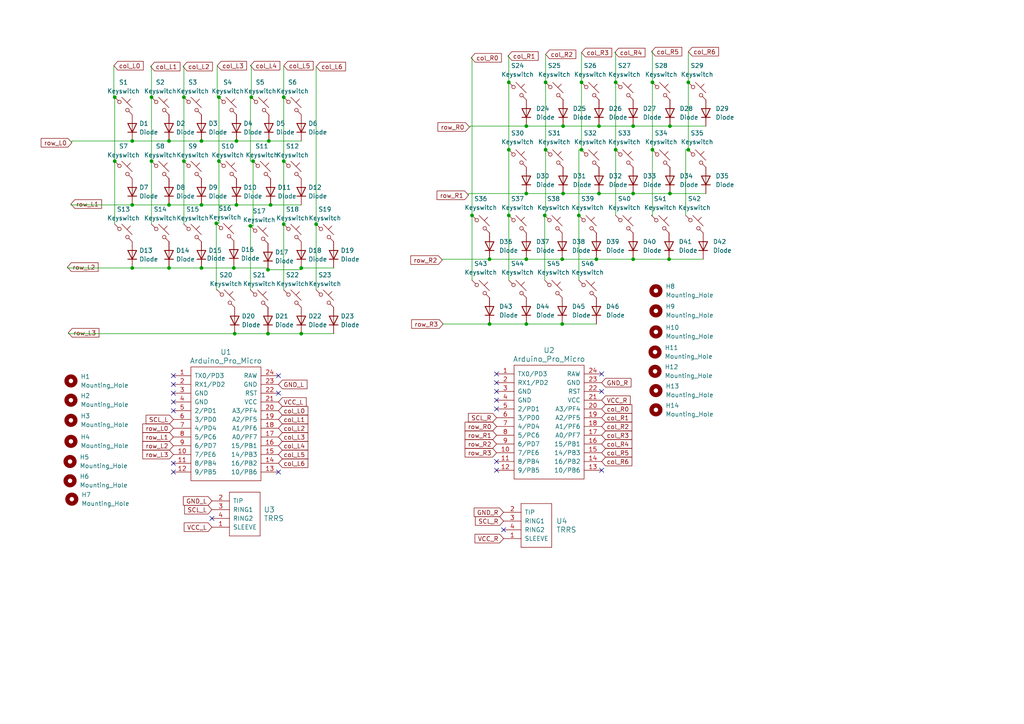
<source format=kicad_sch>
(kicad_sch (version 20230121) (generator eeschema)
  (paper "A4")
  (lib_symbols
    (symbol "ScottoKeebs:MCU_Arduino_Pro_Micro" (pin_names (offset 1.016))
      (property "Reference" "U" (at 0 0 0))
      (property "Value" "Arduino_Pro_Micro" (at 0 -19.05 0))
      (symbol "MCU_Arduino_Pro_Micro_0_1"
        (rectangle (start -10.16 16.51) (end 10.16 -16.51))
      )
      (symbol "MCU_Arduino_Pro_Micro_1_1"
        (pin input line (at -15.24 13.97 0) (length 5.08) (name "TX0/PD3") (number "1"))
        (pin input line (at -15.24 -8.89 0) (length 5.08) (name "7/PE6") (number "10"))
        (pin input line (at -15.24 -11.43 0) (length 5.08) (name "8/PB4") (number "11"))
        (pin input line (at -15.24 -13.97 0) (length 5.08) (name "9/PB5") (number "12"))
        (pin input line (at 15.24 -13.97 180) (length 5.08) (name "10/PB6") (number "13"))
        (pin input line (at 15.24 -11.43 180) (length 5.08) (name "16/PB2") (number "14"))
        (pin input line (at 15.24 -8.89 180) (length 5.08) (name "14/PB3") (number "15"))
        (pin input line (at 15.24 -6.35 180) (length 5.08) (name "15/PB1") (number "16"))
        (pin input line (at 15.24 -3.81 180) (length 5.08) (name "A0/PF7") (number "17"))
        (pin input line (at 15.24 -1.27 180) (length 5.08) (name "A1/PF6") (number "18"))
        (pin input line (at 15.24 1.27 180) (length 5.08) (name "A2/PF5") (number "19"))
        (pin input line (at -15.24 11.43 0) (length 5.08) (name "RX1/PD2") (number "2"))
        (pin input line (at 15.24 3.81 180) (length 5.08) (name "A3/PF4") (number "20"))
        (pin input line (at 15.24 6.35 180) (length 5.08) (name "VCC") (number "21"))
        (pin input line (at 15.24 8.89 180) (length 5.08) (name "RST") (number "22"))
        (pin input line (at 15.24 11.43 180) (length 5.08) (name "GND") (number "23"))
        (pin input line (at 15.24 13.97 180) (length 5.08) (name "RAW") (number "24"))
        (pin input line (at -15.24 8.89 0) (length 5.08) (name "GND") (number "3"))
        (pin input line (at -15.24 6.35 0) (length 5.08) (name "GND") (number "4"))
        (pin input line (at -15.24 3.81 0) (length 5.08) (name "2/PD1") (number "5"))
        (pin input line (at -15.24 1.27 0) (length 5.08) (name "3/PD0") (number "6"))
        (pin input line (at -15.24 -1.27 0) (length 5.08) (name "4/PD4") (number "7"))
        (pin input line (at -15.24 -3.81 0) (length 5.08) (name "5/PC6") (number "8"))
        (pin input line (at -15.24 -6.35 0) (length 5.08) (name "6/PD7") (number "9"))
      )
    )
    (symbol "ScottoKeebs:Placeholder_Diode" (pin_numbers hide) (pin_names hide)
      (property "Reference" "D" (at 0 2.54 0))
      (property "Value" "Diode" (at 0 -2.54 0))
      (symbol "Placeholder_Diode_0_1"
        (polyline (pts (xy -1.27 1.27) (xy -1.27 -1.27)) (stroke (width 0.254)))
        (polyline (pts (xy 1.27 0) (xy -1.27 0)))
        (polyline (pts (xy 1.27 1.27) (xy 1.27 -1.27) (xy -1.27 0) (xy 1.27 1.27)) (stroke (width 0.254)))
      )
      (symbol "Placeholder_Diode_1_1"
        (pin passive line (at -3.81 0 0) (length 2.54) (name "K") (number "1"))
        (pin passive line (at 3.81 0 180) (length 2.54) (name "A") (number "2"))
      )
    )
    (symbol "ScottoKeebs:Placeholder_Keyswitch" (pin_numbers hide) (pin_names (offset 1.016) hide)
      (property "Reference" "S" (at 3.048 1.016 0))
      (property "Value" "Keyswitch" (at 0 -3.81 0))
      (symbol "Placeholder_Keyswitch_0_1"
        (circle (center -1.1684 1.1684) (radius 0.508))
        (polyline (pts (xy -0.508 2.54) (xy 2.54 -0.508)))
        (polyline (pts (xy 1.016 1.016) (xy 2.032 2.032)))
        (polyline (pts (xy -2.54 2.54) (xy -1.524 1.524) (xy -1.524 1.524)))
        (polyline (pts (xy 1.524 -1.524) (xy 2.54 -2.54) (xy 2.54 -2.54) (xy 2.54 -2.54)))
        (circle (center 1.143 -1.1938) (radius 0.508))
        (pin passive line (at -2.54 2.54 0) (length 0) (name "1") (number "1"))
        (pin passive line (at 2.54 -2.54 180) (length 0) (name "2") (number "2"))
      )
    )
    (symbol "ScottoKeebs:Placeholder_Mounting_Hole" (pin_names (offset 1.016))
      (property "Reference" "H" (at 0 5.08 0))
      (property "Value" "Mounting_Hole" (at 0 3.175 0))
      (symbol "Placeholder_Mounting_Hole_0_1"
        (circle (center 0 0) (radius 1.27) (stroke (width 1.27)))
      )
    )
    (symbol "ScottoKeebs:Placeholder_TRRS" (pin_names (offset 1.016))
      (property "Reference" "U" (at 0 15.24 0))
      (property "Value" "TRRS" (at 0 -2.54 0))
      (symbol "Placeholder_TRRS_0_1"
        (rectangle (start -3.81 0) (end -3.81 12.7))
        (rectangle (start -3.81 0) (end 5.08 0))
        (rectangle (start -3.81 12.7) (end 5.08 12.7))
        (rectangle (start 5.08 12.7) (end 5.08 0))
      )
      (symbol "Placeholder_TRRS_1_1"
        (pin input line (at -8.89 2.54 0) (length 5.08) (name "SLEEVE") (number "1"))
        (pin input line (at -8.89 10.16 0) (length 5.08) (name "TIP") (number "2"))
        (pin input line (at -8.89 7.62 0) (length 5.08) (name "RING1") (number "3"))
        (pin input line (at -8.89 5.08 0) (length 5.08) (name "RING2") (number "4"))
      )
    )
  )
  (junction (at 62.738 64.77))
  (junction (at 147.574 62.484))
  (junction (at 158.242 43.434))
  (junction (at 163.322 56.134))
  (junction (at 152.654 36.576))
  (junction (at 77.724 78.232))
  (junction (at 63.5 28.194))
  (junction (at 58.42 40.894))
  (junction (at 163.068 75.184))
  (junction (at 87.376 77.724))
  (junction (at 38.354 77.724))
  (junction (at 49.022 40.894))
  (junction (at 38.354 59.436))
  (junction (at 158.242 23.876))
  (junction (at 173.736 36.576))
  (junction (at 163.322 36.576))
  (junction (at 172.974 75.184))
  (junction (at 43.942 28.194))
  (junction (at 49.022 59.436))
  (junction (at 33.274 28.194))
  (junction (at 68.58 40.894))
  (junction (at 38.354 40.894))
  (junction (at 147.574 23.876))
  (junction (at 194.056 75.184))
  (junction (at 167.894 62.484))
  (junction (at 87.376 96.774))
  (junction (at 53.34 28.194))
  (junction (at 72.644 65.532))
  (junction (at 77.724 96.774))
  (junction (at 141.986 93.98))
  (junction (at 72.898 28.194))
  (junction (at 173.736 56.134))
  (junction (at 73.406 46.736))
  (junction (at 58.42 77.724))
  (junction (at 168.656 23.876))
  (junction (at 194.31 56.134))
  (junction (at 183.642 36.576))
  (junction (at 147.574 43.434))
  (junction (at 163.068 93.98))
  (junction (at 68.58 59.436))
  (junction (at 152.654 75.184))
  (junction (at 82.296 65.024))
  (junction (at 82.296 28.194))
  (junction (at 183.642 75.184))
  (junction (at 58.42 59.436))
  (junction (at 63.5 46.736))
  (junction (at 136.906 62.484))
  (junction (at 78.486 59.436))
  (junction (at 189.23 43.434))
  (junction (at 178.562 43.434))
  (junction (at 168.656 43.434))
  (junction (at 157.988 62.484))
  (junction (at 194.31 36.576))
  (junction (at 77.978 40.894))
  (junction (at 178.562 23.876))
  (junction (at 183.642 56.134))
  (junction (at 49.022 77.724))
  (junction (at 141.986 75.184))
  (junction (at 199.644 43.434))
  (junction (at 91.694 65.024))
  (junction (at 33.274 46.736))
  (junction (at 152.654 93.98))
  (junction (at 43.942 46.736))
  (junction (at 189.23 23.876))
  (junction (at 53.34 46.736))
  (junction (at 67.818 77.724))
  (junction (at 82.296 46.736))
  (junction (at 199.644 23.876))
  (junction (at 152.654 56.134))
  (junction (at 68.072 96.774))
  (no_connect (at 80.772 108.966))
  (no_connect (at 144.018 133.858))
  (no_connect (at 50.292 119.126))
  (no_connect (at 50.292 136.906))
  (no_connect (at 144.018 136.398))
  (no_connect (at 50.292 116.586))
  (no_connect (at 50.292 111.506))
  (no_connect (at 50.292 134.366))
  (no_connect (at 174.498 113.538))
  (no_connect (at 80.772 114.046))
  (no_connect (at 174.498 108.458))
  (no_connect (at 144.018 113.538))
  (no_connect (at 144.018 110.998))
  (no_connect (at 61.468 150.368))
  (no_connect (at 80.772 136.906))
  (no_connect (at 146.05 153.67))
  (no_connect (at 174.498 136.398))
  (no_connect (at 144.018 108.458))
  (no_connect (at 144.018 116.078))
  (no_connect (at 144.018 118.618))
  (no_connect (at 50.292 108.966))
  (no_connect (at 50.292 114.046))
  (wire (pts (xy 43.688 19.304) (xy 43.942 19.304)))
  (wire (pts (xy 136.652 16.764) (xy 136.906 16.764)))
  (wire (pts (xy 183.642 56.134) (xy 173.736 56.134)))
  (wire (pts (xy 78.486 59.436) (xy 87.376 59.436)))
  (wire (pts (xy 147.574 62.484) (xy 147.574 81.28)))
  (wire (pts (xy 158.242 43.434) (xy 158.242 62.484)))
  (wire (pts (xy 87.376 96.774) (xy 77.724 96.774)))
  (wire (pts (xy 77.724 78.232) (xy 87.376 78.232)))
  (wire (pts (xy 73.406 65.532) (xy 72.644 65.532)))
  (wire (pts (xy 38.354 77.724) (xy 19.558 77.724)))
  (wire (pts (xy 58.42 40.894) (xy 68.58 40.894)))
  (wire (pts (xy 43.942 28.194) (xy 43.942 46.736)))
  (wire (pts (xy 62.992 28.194) (xy 63.5 28.194)))
  (wire (pts (xy 62.738 64.77) (xy 63.5 64.77)))
  (wire (pts (xy 198.882 62.484) (xy 198.882 43.434)))
  (wire (pts (xy 163.068 93.98) (xy 172.974 93.98)))
  (wire (pts (xy 72.898 28.194) (xy 72.898 19.05)))
  (wire (pts (xy 167.894 62.484) (xy 167.894 81.28)))
  (wire (pts (xy 19.558 77.47) (xy 19.558 77.724)))
  (wire (pts (xy 38.354 40.894) (xy 20.828 40.894)))
  (wire (pts (xy 147.574 23.876) (xy 147.574 43.434)))
  (wire (pts (xy 77.724 96.774) (xy 68.072 96.774)))
  (wire (pts (xy 189.23 43.434) (xy 189.23 62.484)))
  (wire (pts (xy 178.562 23.876) (xy 178.562 43.434)))
  (wire (pts (xy 63.5 64.77) (xy 63.5 46.736)))
  (wire (pts (xy 158.242 62.484) (xy 157.988 62.484)))
  (wire (pts (xy 72.898 19.05) (xy 72.644 19.05)))
  (wire (pts (xy 128.524 93.98) (xy 141.986 93.98)))
  (wire (pts (xy 72.644 28.194) (xy 72.644 46.736)))
  (wire (pts (xy 141.986 75.184) (xy 128.27 75.184)))
  (wire (pts (xy 49.022 40.894) (xy 38.354 40.894)))
  (wire (pts (xy 194.31 36.576) (xy 183.642 36.576)))
  (wire (pts (xy 136.398 36.576) (xy 136.398 36.83)))
  (wire (pts (xy 72.644 28.194) (xy 72.898 28.194)))
  (wire (pts (xy 163.322 56.134) (xy 152.654 56.134)))
  (wire (pts (xy 33.274 46.736) (xy 33.274 65.024)))
  (wire (pts (xy 152.654 75.184) (xy 141.986 75.184)))
  (wire (pts (xy 204.724 56.134) (xy 194.31 56.134)))
  (wire (pts (xy 63.5 28.194) (xy 63.5 46.736)))
  (wire (pts (xy 82.296 65.024) (xy 82.296 84.074)))
  (wire (pts (xy 19.812 96.52) (xy 19.812 96.774)))
  (wire (pts (xy 82.296 28.194) (xy 82.296 46.736)))
  (wire (pts (xy 20.828 40.894) (xy 20.828 41.402)))
  (wire (pts (xy 204.724 36.576) (xy 194.31 36.576)))
  (wire (pts (xy 136.906 62.484) (xy 136.906 16.764)))
  (wire (pts (xy 188.976 14.986) (xy 189.23 14.986)))
  (wire (pts (xy 68.58 40.894) (xy 77.978 40.894)))
  (wire (pts (xy 178.562 43.434) (xy 178.562 62.484)))
  (wire (pts (xy 183.642 75.184) (xy 172.974 75.184)))
  (wire (pts (xy 194.31 56.134) (xy 183.642 56.134)))
  (wire (pts (xy 53.34 28.194) (xy 53.34 46.736)))
  (wire (pts (xy 49.022 59.436) (xy 38.354 59.436)))
  (wire (pts (xy 77.978 40.894) (xy 87.376 40.894)))
  (wire (pts (xy 62.992 19.05) (xy 62.992 28.194)))
  (wire (pts (xy 43.942 28.194) (xy 43.942 19.304)))
  (wire (pts (xy 157.988 62.484) (xy 157.988 81.28)))
  (wire (pts (xy 172.974 75.184) (xy 163.068 75.184)))
  (wire (pts (xy 163.068 75.184) (xy 152.654 75.184)))
  (wire (pts (xy 189.23 23.876) (xy 189.23 43.434)))
  (wire (pts (xy 163.322 36.576) (xy 152.654 36.576)))
  (wire (pts (xy 128.27 75.184) (xy 128.27 75.438)))
  (wire (pts (xy 136.144 36.83) (xy 136.398 36.83)))
  (wire (pts (xy 77.724 77.724) (xy 77.724 78.232)))
  (wire (pts (xy 82.296 46.736) (xy 82.296 65.024)))
  (wire (pts (xy 194.056 75.184) (xy 183.642 75.184)))
  (wire (pts (xy 49.022 40.894) (xy 58.42 40.894)))
  (wire (pts (xy 67.818 77.724) (xy 67.818 77.47)))
  (wire (pts (xy 91.694 65.024) (xy 91.694 84.074)))
  (wire (pts (xy 72.644 65.532) (xy 72.644 84.074)))
  (wire (pts (xy 91.694 19.304) (xy 91.694 65.024)))
  (wire (pts (xy 62.738 84.074) (xy 62.992 84.074)))
  (wire (pts (xy 147.574 23.876) (xy 147.574 16.256)))
  (wire (pts (xy 178.562 15.24) (xy 178.562 23.876)))
  (wire (pts (xy 20.574 59.182) (xy 20.574 59.436)))
  (wire (pts (xy 49.022 77.724) (xy 38.354 77.724)))
  (wire (pts (xy 158.242 15.748) (xy 158.242 23.876)))
  (wire (pts (xy 199.644 23.876) (xy 199.644 43.434)))
  (wire (pts (xy 58.42 77.724) (xy 49.022 77.724)))
  (wire (pts (xy 53.34 46.736) (xy 53.34 65.024)))
  (wire (pts (xy 152.654 36.576) (xy 136.398 36.576)))
  (wire (pts (xy 173.736 36.576) (xy 163.322 36.576)))
  (wire (pts (xy 147.574 43.434) (xy 147.574 62.484)))
  (wire (pts (xy 82.296 19.05) (xy 82.296 28.194)))
  (wire (pts (xy 38.354 59.436) (xy 20.574 59.436)))
  (wire (pts (xy 58.42 59.436) (xy 49.022 59.436)))
  (wire (pts (xy 168.656 15.24) (xy 168.656 23.876)))
  (wire (pts (xy 96.774 77.724) (xy 87.376 77.724)))
  (wire (pts (xy 53.086 19.304) (xy 53.34 19.304)))
  (wire (pts (xy 33.02 19.05) (xy 33.02 28.194)))
  (wire (pts (xy 87.376 77.724) (xy 87.376 78.232)))
  (wire (pts (xy 183.642 36.576) (xy 173.736 36.576)))
  (wire (pts (xy 96.774 96.774) (xy 87.376 96.774)))
  (wire (pts (xy 72.644 65.532) (xy 71.882 65.532)))
  (wire (pts (xy 173.736 56.134) (xy 163.322 56.134)))
  (wire (pts (xy 73.406 46.736) (xy 73.406 65.532)))
  (wire (pts (xy 178.308 15.24) (xy 178.562 15.24)))
  (wire (pts (xy 158.242 23.876) (xy 158.242 43.434)))
  (wire (pts (xy 152.654 93.98) (xy 163.068 93.98)))
  (wire (pts (xy 58.42 59.436) (xy 68.58 59.436)))
  (wire (pts (xy 141.986 93.98) (xy 152.654 93.98)))
  (wire (pts (xy 152.654 56.134) (xy 135.89 56.134)))
  (wire (pts (xy 167.894 43.434) (xy 168.656 43.434)))
  (wire (pts (xy 203.962 75.184) (xy 194.056 75.184)))
  (wire (pts (xy 43.942 46.736) (xy 43.942 65.024)))
  (wire (pts (xy 67.818 77.724) (xy 77.724 77.724)))
  (wire (pts (xy 58.42 77.724) (xy 67.818 77.724)))
  (wire (pts (xy 33.02 28.194) (xy 33.274 28.194)))
  (wire (pts (xy 68.58 59.436) (xy 78.486 59.436)))
  (wire (pts (xy 168.656 23.876) (xy 168.656 43.434)))
  (wire (pts (xy 136.906 62.484) (xy 136.906 81.28)))
  (wire (pts (xy 147.32 16.256) (xy 147.574 16.256)))
  (wire (pts (xy 135.89 56.134) (xy 135.89 56.642)))
  (wire (pts (xy 189.23 14.986) (xy 189.23 23.876)))
  (wire (pts (xy 199.644 14.986) (xy 199.644 23.876)))
  (wire (pts (xy 33.274 28.194) (xy 33.274 46.736)))
  (wire (pts (xy 53.34 28.194) (xy 53.34 19.304)))
  (wire (pts (xy 62.738 64.77) (xy 62.738 84.074)))
  (wire (pts (xy 167.894 62.484) (xy 167.894 43.434)))
  (wire (pts (xy 68.072 96.774) (xy 19.812 96.774)))
  (wire (pts (xy 198.882 43.434) (xy 199.644 43.434)))
  (wire (pts (xy 189.23 62.484) (xy 188.976 62.484)))
  (wire (pts (xy 72.644 46.736) (xy 73.406 46.736)))
  (global_label "row_L2" (shape input) (at 50.292 129.286 180) (property "Intersheetrefs" "${INTERSHEET_REFS}" (effects hide)))
  (global_label "row_R0" (shape input) (at 144.018 123.698 180) (property "Intersheetrefs" "${INTERSHEET_REFS}" (effects hide)))
  (global_label "col_L2" (shape input) (at 53.086 19.304 0) (property "Intersheetrefs" "${INTERSHEET_REFS}" (effects hide)))
  (global_label "row_R3" (shape input) (at 144.018 131.318 180) (property "Intersheetrefs" "${INTERSHEET_REFS}" (effects hide)))
  (global_label "SCL_L" (shape input) (at 50.292 121.666 180) (property "Intersheetrefs" "${INTERSHEET_REFS}" (effects hide)))
  (global_label "col_R0" (shape input) (at 136.652 16.764 0) (property "Intersheetrefs" "${INTERSHEET_REFS}" (effects hide)))
  (global_label "VCC_R" (shape input) (at 146.05 156.21 180) (property "Intersheetrefs" "${INTERSHEET_REFS}" (effects hide)))
  (global_label "row_L3" (shape input) (at 19.812 96.52 0) (property "Intersheetrefs" "${INTERSHEET_REFS}" (effects hide)))
  (global_label "col_R4" (shape input) (at 178.308 15.24 0) (property "Intersheetrefs" "${INTERSHEET_REFS}" (effects hide)))
  (global_label "col_R5" (shape input) (at 188.976 14.986 0) (property "Intersheetrefs" "${INTERSHEET_REFS}" (effects hide)))
  (global_label "col_R1" (shape input) (at 174.498 121.158 0) (property "Intersheetrefs" "${INTERSHEET_REFS}" (effects hide)))
  (global_label "row_R2" (shape input) (at 144.018 128.778 180) (property "Intersheetrefs" "${INTERSHEET_REFS}" (effects hide)))
  (global_label "row_L0" (shape input) (at 50.292 124.206 180) (property "Intersheetrefs" "${INTERSHEET_REFS}" (effects hide)))
  (global_label "col_R6" (shape input) (at 174.498 133.858 0) (property "Intersheetrefs" "${INTERSHEET_REFS}" (effects hide)))
  (global_label "GND_L" (shape input) (at 80.772 111.506 0) (property "Intersheetrefs" "${INTERSHEET_REFS}" (effects hide)))
  (global_label "col_R2" (shape input) (at 174.498 123.698 0) (property "Intersheetrefs" "${INTERSHEET_REFS}" (effects hide)))
  (global_label "VCC_R" (shape input) (at 174.498 116.078 0) (property "Intersheetrefs" "${INTERSHEET_REFS}" (effects hide)))
  (global_label "col_R1" (shape input) (at 147.32 16.256 0) (property "Intersheetrefs" "${INTERSHEET_REFS}" (effects hide)))
  (global_label "col_R3" (shape input) (at 168.656 15.24 0) (property "Intersheetrefs" "${INTERSHEET_REFS}" (effects hide)))
  (global_label "col_L2" (shape input) (at 80.772 124.206 0) (property "Intersheetrefs" "${INTERSHEET_REFS}" (effects hide)))
  (global_label "col_R2" (shape input) (at 158.242 15.748 0) (property "Intersheetrefs" "${INTERSHEET_REFS}" (effects hide)))
  (global_label "col_L3" (shape input) (at 62.992 19.05 0) (property "Intersheetrefs" "${INTERSHEET_REFS}" (effects hide)))
  (global_label "GND_L" (shape input) (at 61.468 145.288 180) (property "Intersheetrefs" "${INTERSHEET_REFS}" (effects hide)))
  (global_label "row_R2" (shape input) (at 128.27 75.438 180) (property "Intersheetrefs" "${INTERSHEET_REFS}" (effects hide)))
  (global_label "col_R5" (shape input) (at 174.498 131.318 0) (property "Intersheetrefs" "${INTERSHEET_REFS}" (effects hide)))
  (global_label "col_L1" (shape input) (at 43.688 19.304 0) (property "Intersheetrefs" "${INTERSHEET_REFS}" (effects hide)))
  (global_label "row_L2" (shape input) (at 19.558 77.47 0) (property "Intersheetrefs" "${INTERSHEET_REFS}" (effects hide)))
  (global_label "col_L3" (shape input) (at 80.772 126.746 0) (property "Intersheetrefs" "${INTERSHEET_REFS}" (effects hide)))
  (global_label "SCL_R" (shape input) (at 144.018 121.158 180) (property "Intersheetrefs" "${INTERSHEET_REFS}" (effects hide)))
  (global_label "row_L1" (shape input) (at 50.292 126.746 180) (property "Intersheetrefs" "${INTERSHEET_REFS}" (effects hide)))
  (global_label "col_R0" (shape input) (at 174.498 118.618 0) (property "Intersheetrefs" "${INTERSHEET_REFS}" (effects hide)))
  (global_label "col_L1" (shape input) (at 80.772 121.666 0) (property "Intersheetrefs" "${INTERSHEET_REFS}" (effects hide)))
  (global_label "col_L4" (shape input) (at 72.644 19.05 0) (property "Intersheetrefs" "${INTERSHEET_REFS}" (effects hide)))
  (global_label "VCC_L" (shape input) (at 80.772 116.586 0) (property "Intersheetrefs" "${INTERSHEET_REFS}" (effects hide)))
  (global_label "SCL_L" (shape input) (at 61.468 147.828 180) (property "Intersheetrefs" "${INTERSHEET_REFS}" (effects hide)))
  (global_label "col_L5" (shape input) (at 80.772 131.826 0) (property "Intersheetrefs" "${INTERSHEET_REFS}" (effects hide)))
  (global_label "col_R3" (shape input) (at 174.498 126.238 0) (property "Intersheetrefs" "${INTERSHEET_REFS}" (effects hide)))
  (global_label "col_L6" (shape input) (at 91.694 19.304 0) (property "Intersheetrefs" "${INTERSHEET_REFS}" (effects hide)))
  (global_label "col_R4" (shape input) (at 174.498 128.778 0) (property "Intersheetrefs" "${INTERSHEET_REFS}" (effects hide)))
  (global_label "col_L4" (shape input) (at 80.772 129.286 0) (property "Intersheetrefs" "${INTERSHEET_REFS}" (effects hide)))
  (global_label "row_R3" (shape input) (at 128.524 93.98 180) (property "Intersheetrefs" "${INTERSHEET_REFS}" (effects hide)))
  (global_label "GND_R" (shape input) (at 146.05 148.59 180) (property "Intersheetrefs" "${INTERSHEET_REFS}" (effects hide)))
  (global_label "row_L1" (shape input) (at 20.574 59.182 0) (property "Intersheetrefs" "${INTERSHEET_REFS}" (effects hide)))
  (global_label "col_L6" (shape input) (at 80.772 134.366 0) (property "Intersheetrefs" "${INTERSHEET_REFS}" (effects hide)))
  (global_label "VCC_L" (shape input) (at 61.468 152.908 180) (property "Intersheetrefs" "${INTERSHEET_REFS}" (effects hide)))
  (global_label "row_R0" (shape input) (at 136.144 36.83 180) (property "Intersheetrefs" "${INTERSHEET_REFS}" (effects hide)))
  (global_label "col_L0" (shape input) (at 80.772 119.126 0) (property "Intersheetrefs" "${INTERSHEET_REFS}" (effects hide)))
  (global_label "row_L3" (shape input) (at 50.292 131.826 180) (property "Intersheetrefs" "${INTERSHEET_REFS}" (effects hide)))
  (global_label "col_L5" (shape input) (at 82.296 19.05 0) (property "Intersheetrefs" "${INTERSHEET_REFS}" (effects hide)))
  (global_label "col_R6" (shape input) (at 199.644 14.986 0) (property "Intersheetrefs" "${INTERSHEET_REFS}" (effects hide)))
  (global_label "row_L0" (shape input) (at 20.828 41.402 180) (property "Intersheetrefs" "${INTERSHEET_REFS}" (effects hide)))
  (global_label "SCL_R" (shape input) (at 146.05 151.13 180) (property "Intersheetrefs" "${INTERSHEET_REFS}" (effects hide)))
  (global_label "row_R1" (shape input) (at 144.018 126.238 180) (property "Intersheetrefs" "${INTERSHEET_REFS}" (effects hide)))
  (global_label "GND_R" (shape input) (at 174.498 110.998 0) (property "Intersheetrefs" "${INTERSHEET_REFS}" (effects hide)))
  (global_label "row_R1" (shape input) (at 135.89 56.642 180) (property "Intersheetrefs" "${INTERSHEET_REFS}" (effects hide)))
  (global_label "col_L0" (shape input) (at 33.02 19.05 0) (property "Intersheetrefs" "${INTERSHEET_REFS}" (effects hide)))
  (symbol (lib_id "ScottoKeebs:Placeholder_Keyswitch") (at 171.196 45.974 0) (unit 1)
    (property "Reference" "S32" (at 171.196 38.608 0))
    (property "Value" "Keyswitch" (at 171.196 41.148 0))
    (property "Footprint" "ScottoKeebs_MX:MX_PCB_1.00u" (effects hide))
  )
  (symbol (lib_id "ScottoKeebs:Placeholder_Diode") (at 96.774 92.964 90) (unit 1)
    (property "Reference" "D23" (at 98.806 91.694 90) (effects (justify right)))
    (property "Value" "Diode" (at 98.806 94.234 90) (effects (justify right)))
    (property "Footprint" "ScottoKeebs_Components:Diode_DO-35" (effects hide))
    (property "Sim.Device" "D" (effects hide))
    (property "Sim.Pins" "1=K 2=A" (effects hide))
  )
  (symbol (lib_id "ScottoKeebs:Placeholder_Keyswitch") (at 46.482 30.734 0) (unit 1)
    (property "Reference" "S2" (at 46.482 23.876 0))
    (property "Value" "Keyswitch" (at 46.482 26.416 0))
    (property "Footprint" "ScottoKeebs_MX:MX_PCB_1.00u" (effects hide))
  )
  (symbol (lib_id "ScottoKeebs:Placeholder_Keyswitch") (at 75.184 86.614 0) (unit 1)
    (property "Reference" "S21" (at 75.184 79.756 0))
    (property "Value" "Keyswitch" (at 75.184 82.296 0))
    (property "Footprint" "ScottoKeebs_MX:MX_PCB_1.00u" (effects hide))
  )
  (symbol (lib_id "ScottoKeebs:Placeholder_Diode") (at 183.642 71.374 90) (unit 1)
    (property "Reference" "D40" (at 186.436 70.104 90) (effects (justify right)))
    (property "Value" "Diode" (at 186.436 72.644 90) (effects (justify right)))
    (property "Footprint" "ScottoKeebs_Components:Diode_DO-35" (effects hide))
    (property "Sim.Device" "D" (effects hide))
    (property "Sim.Pins" "1=K 2=A" (effects hide))
  )
  (symbol (lib_id "ScottoKeebs:Placeholder_Mounting_Hole") (at 20.574 116.078 0) (unit 1)
    (property "Reference" "H2" (at 23.368 114.808 0) (effects (justify left)))
    (property "Value" "Mounting_Hole" (at 23.368 117.348 0) (effects (justify left)))
    (property "Footprint" "MountingHole:MountingHole_2.2mm_M2" (effects hide))
  )
  (symbol (lib_id "ScottoKeebs:Placeholder_Diode") (at 163.068 90.17 90) (unit 1)
    (property "Reference" "D45" (at 165.862 88.9 90) (effects (justify right)))
    (property "Value" "Diode" (at 165.862 91.44 90) (effects (justify right)))
    (property "Footprint" "ScottoKeebs_Components:Diode_DO-35" (effects hide))
    (property "Sim.Device" "D" (effects hide))
    (property "Sim.Pins" "1=K 2=A" (effects hide))
  )
  (symbol (lib_id "ScottoKeebs:Placeholder_Keyswitch") (at 65.532 86.614 0) (unit 1)
    (property "Reference" "S20" (at 65.532 79.756 0))
    (property "Value" "Keyswitch" (at 65.532 82.296 0))
    (property "Footprint" "ScottoKeebs_MX:MX_PCB_1.00u" (effects hide))
  )
  (symbol (lib_id "ScottoKeebs:Placeholder_Diode") (at 152.654 52.324 90) (unit 1)
    (property "Reference" "D30" (at 155.448 51.054 90) (effects (justify right)))
    (property "Value" "Diode" (at 155.448 53.594 90) (effects (justify right)))
    (property "Footprint" "ScottoKeebs_Components:Diode_DO-35" (effects hide))
    (property "Sim.Device" "D" (effects hide))
    (property "Sim.Pins" "1=K 2=A" (effects hide))
  )
  (symbol (lib_id "ScottoKeebs:Placeholder_Keyswitch") (at 202.184 45.974 0) (unit 1)
    (property "Reference" "S35" (at 202.184 38.608 0))
    (property "Value" "Keyswitch" (at 202.184 41.148 0))
    (property "Footprint" "ScottoKeebs_MX:MX_PCB_1.00u" (effects hide))
  )
  (symbol (lib_id "ScottoKeebs:Placeholder_Diode") (at 67.818 73.66 90) (unit 1)
    (property "Reference" "D16" (at 69.85 72.39 90) (effects (justify right)))
    (property "Value" "Diode" (at 69.85 74.93 90) (effects (justify right)))
    (property "Footprint" "ScottoKeebs_Components:Diode_DO-35" (effects hide))
    (property "Sim.Device" "D" (effects hide))
    (property "Sim.Pins" "1=K 2=A" (effects hide))
  )
  (symbol (lib_id "ScottoKeebs:Placeholder_Diode") (at 172.974 90.17 90) (unit 1)
    (property "Reference" "D46" (at 175.768 88.9 90) (effects (justify right)))
    (property "Value" "Diode" (at 175.768 91.44 90) (effects (justify right)))
    (property "Footprint" "ScottoKeebs_Components:Diode_DO-35" (effects hide))
    (property "Sim.Device" "D" (effects hide))
    (property "Sim.Pins" "1=K 2=A" (effects hide))
  )
  (symbol (lib_id "ScottoKeebs:Placeholder_Keyswitch") (at 181.102 26.416 0) (unit 1)
    (property "Reference" "S27" (at 181.102 19.05 0))
    (property "Value" "Keyswitch" (at 181.102 21.59 0))
    (property "Footprint" "ScottoKeebs_MX:MX_PCB_1.00u" (effects hide))
  )
  (symbol (lib_id "ScottoKeebs:Placeholder_Mounting_Hole") (at 190.246 96.266 0) (unit 1)
    (property "Reference" "H10" (at 193.04 94.996 0) (effects (justify left)))
    (property "Value" "Mounting_Hole" (at 193.04 97.536 0) (effects (justify left)))
    (property "Footprint" "MountingHole:MountingHole_2.2mm_M2" (effects hide))
  )
  (symbol (lib_id "ScottoKeebs:Placeholder_Keyswitch") (at 150.114 26.416 0) (unit 1)
    (property "Reference" "S24" (at 150.114 19.05 0))
    (property "Value" "Keyswitch" (at 150.114 21.59 0))
    (property "Footprint" "ScottoKeebs_MX:MX_PCB_1.00u" (effects hide))
  )
  (symbol (lib_id "ScottoKeebs:Placeholder_Diode") (at 141.986 90.17 90) (unit 1)
    (property "Reference" "D43" (at 144.78 88.9 90) (effects (justify right)))
    (property "Value" "Diode" (at 144.78 91.44 90) (effects (justify right)))
    (property "Footprint" "ScottoKeebs_Components:Diode_DO-35" (effects hide))
    (property "Sim.Device" "D" (effects hide))
    (property "Sim.Pins" "1=K 2=A" (effects hide))
  )
  (symbol (lib_id "ScottoKeebs:Placeholder_Diode") (at 194.056 71.374 90) (unit 1)
    (property "Reference" "D41" (at 196.85 70.104 90) (effects (justify right)))
    (property "Value" "Diode" (at 196.85 72.644 90) (effects (justify right)))
    (property "Footprint" "ScottoKeebs_Components:Diode_DO-35" (effects hide))
    (property "Sim.Device" "D" (effects hide))
    (property "Sim.Pins" "1=K 2=A" (effects hide))
  )
  (symbol (lib_id "ScottoKeebs:Placeholder_Keyswitch") (at 46.482 67.564 0) (unit 1)
    (property "Reference" "S14" (at 46.482 60.706 0))
    (property "Value" "Keyswitch" (at 46.482 63.246 0))
    (property "Footprint" "ScottoKeebs_MX:MX_PCB_1.00u" (effects hide))
  )
  (symbol (lib_id "ScottoKeebs:Placeholder_Mounting_Hole") (at 20.32 133.858 0) (unit 1)
    (property "Reference" "H5" (at 23.114 132.588 0) (effects (justify left)))
    (property "Value" "Mounting_Hole" (at 23.114 135.128 0) (effects (justify left)))
    (property "Footprint" "MountingHole:MountingHole_2.2mm_M2" (effects hide))
  )
  (symbol (lib_id "ScottoKeebs:Placeholder_Mounting_Hole") (at 189.992 102.108 0) (unit 1)
    (property "Reference" "H11" (at 192.786 100.838 0) (effects (justify left)))
    (property "Value" "Mounting_Hole" (at 192.786 103.378 0) (effects (justify left)))
    (property "Footprint" "MountingHole:MountingHole_2.2mm_M2" (effects hide))
  )
  (symbol (lib_id "ScottoKeebs:Placeholder_Diode") (at 38.354 73.914 90) (unit 1)
    (property "Reference" "D13" (at 40.386 72.644 90) (effects (justify right)))
    (property "Value" "Diode" (at 40.386 75.184 90) (effects (justify right)))
    (property "Footprint" "ScottoKeebs_Components:Diode_DO-35" (effects hide))
    (property "Sim.Device" "D" (effects hide))
    (property "Sim.Pins" "1=K 2=A" (effects hide))
  )
  (symbol (lib_id "ScottoKeebs:Placeholder_Keyswitch") (at 55.88 67.564 0) (unit 1)
    (property "Reference" "S15" (at 55.88 60.706 0))
    (property "Value" "Keyswitch" (at 55.88 63.246 0))
    (property "Footprint" "ScottoKeebs_MX:MX_PCB_1.00u" (effects hide))
  )
  (symbol (lib_id "ScottoKeebs:Placeholder_Mounting_Hole") (at 190.246 84.328 0) (unit 1)
    (property "Reference" "H8" (at 193.04 83.058 0) (effects (justify left)))
    (property "Value" "Mounting_Hole" (at 193.04 85.598 0) (effects (justify left)))
    (property "Footprint" "MountingHole:MountingHole_2.2mm_M2" (effects hide))
  )
  (symbol (lib_id "ScottoKeebs:Placeholder_Keyswitch") (at 170.434 65.024 0) (unit 1)
    (property "Reference" "S39" (at 170.434 57.658 0))
    (property "Value" "Keyswitch" (at 170.434 60.198 0))
    (property "Footprint" "ScottoKeebs_MX:MX_PCB_1.00u" (effects hide))
  )
  (symbol (lib_id "ScottoKeebs:Placeholder_Keyswitch") (at 46.482 49.276 0) (unit 1)
    (property "Reference" "S8" (at 46.482 42.418 0))
    (property "Value" "Keyswitch" (at 46.482 44.958 0))
    (property "Footprint" "ScottoKeebs_MX:MX_PCB_1.00u" (effects hide))
  )
  (symbol (lib_id "ScottoKeebs:Placeholder_Mounting_Hole") (at 20.574 110.49 0) (unit 1)
    (property "Reference" "H1" (at 23.368 109.22 0) (effects (justify left)))
    (property "Value" "Mounting_Hole" (at 23.368 111.76 0) (effects (justify left)))
    (property "Footprint" "MountingHole:MountingHole_2.2mm_M2" (effects hide))
  )
  (symbol (lib_id "ScottoKeebs:MCU_Arduino_Pro_Micro") (at 159.258 122.428 0) (unit 1)
    (property "Reference" "U2" (at 159.258 101.6 0) (effects (font (size 1.524 1.524))))
    (property "Value" "Arduino_Pro_Micro" (at 159.258 104.14 0) (effects (font (size 1.524 1.524))))
    (property "Footprint" "ScottoKeebs_MCU:Arduino_Pro_Micro" (effects hide))
  )
  (symbol (lib_id "ScottoKeebs:Placeholder_Diode") (at 77.978 37.084 90) (unit 1)
    (property "Reference" "D5" (at 80.01 35.814 90) (effects (justify right)))
    (property "Value" "Diode" (at 80.01 38.354 90) (effects (justify right)))
    (property "Footprint" "ScottoKeebs_Components:Diode_DO-35" (effects hide))
    (property "Sim.Device" "D" (effects hide))
    (property "Sim.Pins" "1=K 2=A" (effects hide))
  )
  (symbol (lib_id "ScottoKeebs:Placeholder_Keyswitch") (at 94.234 67.564 0) (unit 1)
    (property "Reference" "S19" (at 94.234 60.706 0))
    (property "Value" "Keyswitch" (at 94.234 63.246 0))
    (property "Footprint" "ScottoKeebs_MX:MX_PCB_1.00u" (effects hide))
  )
  (symbol (lib_id "ScottoKeebs:Placeholder_Diode") (at 203.962 71.374 90) (unit 1)
    (property "Reference" "D42" (at 206.756 70.104 90) (effects (justify right)))
    (property "Value" "Diode" (at 206.756 72.644 90) (effects (justify right)))
    (property "Footprint" "ScottoKeebs_Components:Diode_DO-35" (effects hide))
    (property "Sim.Device" "D" (effects hide))
    (property "Sim.Pins" "1=K 2=A" (effects hide))
  )
  (symbol (lib_id "ScottoKeebs:Placeholder_Diode") (at 68.58 37.084 90) (unit 1)
    (property "Reference" "D4" (at 70.612 35.814 90) (effects (justify right)))
    (property "Value" "Diode" (at 70.612 38.354 90) (effects (justify right)))
    (property "Footprint" "ScottoKeebs_Components:Diode_DO-35" (effects hide))
    (property "Sim.Device" "D" (effects hide))
    (property "Sim.Pins" "1=K 2=A" (effects hide))
  )
  (symbol (lib_id "ScottoKeebs:Placeholder_Keyswitch") (at 201.422 65.024 0) (unit 1)
    (property "Reference" "S42" (at 201.422 57.658 0))
    (property "Value" "Keyswitch" (at 201.422 60.198 0))
    (property "Footprint" "ScottoKeebs_MX:MX_PCB_1.00u" (effects hide))
  )
  (symbol (lib_id "ScottoKeebs:Placeholder_Diode") (at 173.736 52.324 90) (unit 1)
    (property "Reference" "D32" (at 176.53 51.054 90) (effects (justify right)))
    (property "Value" "Diode" (at 176.53 53.594 90) (effects (justify right)))
    (property "Footprint" "ScottoKeebs_Components:Diode_DO-35" (effects hide))
    (property "Sim.Device" "D" (effects hide))
    (property "Sim.Pins" "1=K 2=A" (effects hide))
  )
  (symbol (lib_id "ScottoKeebs:Placeholder_Diode") (at 163.322 52.324 90) (unit 1)
    (property "Reference" "D31" (at 166.116 51.054 90) (effects (justify right)))
    (property "Value" "Diode" (at 166.116 53.594 90) (effects (justify right)))
    (property "Footprint" "ScottoKeebs_Components:Diode_DO-35" (effects hide))
    (property "Sim.Device" "D" (effects hide))
    (property "Sim.Pins" "1=K 2=A" (effects hide))
  )
  (symbol (lib_id "ScottoKeebs:Placeholder_Diode") (at 87.376 92.964 90) (unit 1)
    (property "Reference" "D22" (at 89.408 91.694 90) (effects (justify right)))
    (property "Value" "Diode" (at 89.408 94.234 90) (effects (justify right)))
    (property "Footprint" "ScottoKeebs_Components:Diode_DO-35" (effects hide))
    (property "Sim.Device" "D" (effects hide))
    (property "Sim.Pins" "1=K 2=A" (effects hide))
  )
  (symbol (lib_id "ScottoKeebs:Placeholder_Keyswitch") (at 150.114 45.974 0) (unit 1)
    (property "Reference" "S30" (at 150.114 38.608 0))
    (property "Value" "Keyswitch" (at 150.114 41.148 0))
    (property "Footprint" "ScottoKeebs_MX:MX_PCB_1.00u" (effects hide))
  )
  (symbol (lib_id "ScottoKeebs:Placeholder_Keyswitch") (at 84.836 86.614 0) (unit 1)
    (property "Reference" "S22" (at 84.836 79.756 0))
    (property "Value" "Keyswitch" (at 84.836 82.296 0))
    (property "Footprint" "ScottoKeebs_MX:MX_PCB_1.00u" (effects hide))
  )
  (symbol (lib_id "ScottoKeebs:Placeholder_Diode") (at 194.31 32.766 90) (unit 1)
    (property "Reference" "D28" (at 197.104 31.496 90) (effects (justify right)))
    (property "Value" "Diode" (at 197.104 34.036 90) (effects (justify right)))
    (property "Footprint" "ScottoKeebs_Components:Diode_DO-35" (effects hide))
    (property "Sim.Device" "D" (effects hide))
    (property "Sim.Pins" "1=K 2=A" (effects hide))
  )
  (symbol (lib_id "ScottoKeebs:Placeholder_Diode") (at 204.724 32.766 90) (unit 1)
    (property "Reference" "D29" (at 207.518 31.496 90) (effects (justify right)))
    (property "Value" "Diode" (at 207.518 34.036 90) (effects (justify right)))
    (property "Footprint" "ScottoKeebs_Components:Diode_DO-35" (effects hide))
    (property "Sim.Device" "D" (effects hide))
    (property "Sim.Pins" "1=K 2=A" (effects hide))
  )
  (symbol (lib_id "ScottoKeebs:Placeholder_Keyswitch") (at 160.782 45.974 0) (unit 1)
    (property "Reference" "S31" (at 160.782 38.608 0))
    (property "Value" "Keyswitch" (at 160.782 41.148 0))
    (property "Footprint" "ScottoKeebs_MX:MX_PCB_1.00u" (effects hide))
  )
  (symbol (lib_id "ScottoKeebs:Placeholder_Keyswitch") (at 35.814 49.276 0) (unit 1)
    (property "Reference" "S7" (at 35.814 42.418 0))
    (property "Value" "Keyswitch" (at 35.814 44.958 0))
    (property "Footprint" "ScottoKeebs_MX:MX_PCB_1.00u" (effects hide))
  )
  (symbol (lib_id "ScottoKeebs:Placeholder_Mounting_Hole") (at 20.32 139.446 0) (unit 1)
    (property "Reference" "H6" (at 23.114 138.176 0) (effects (justify left)))
    (property "Value" "Mounting_Hole" (at 23.114 140.716 0) (effects (justify left)))
    (property "Footprint" "MountingHole:MountingHole_2.2mm_M2" (effects hide))
  )
  (symbol (lib_id "ScottoKeebs:Placeholder_Diode") (at 68.072 92.964 90) (unit 1)
    (property "Reference" "D20" (at 70.104 91.694 90) (effects (justify right)))
    (property "Value" "Diode" (at 70.104 94.234 90) (effects (justify right)))
    (property "Footprint" "ScottoKeebs_Components:Diode_DO-35" (effects hide))
    (property "Sim.Device" "D" (effects hide))
    (property "Sim.Pins" "1=K 2=A" (effects hide))
  )
  (symbol (lib_id "ScottoKeebs:Placeholder_Keyswitch") (at 181.102 45.974 0) (unit 1)
    (property "Reference" "S33" (at 181.102 38.608 0))
    (property "Value" "Keyswitch" (at 181.102 41.148 0))
    (property "Footprint" "ScottoKeebs_MX:MX_PCB_1.00u" (effects hide))
  )
  (symbol (lib_id "ScottoKeebs:MCU_Arduino_Pro_Micro") (at 65.532 122.936 0) (unit 1)
    (property "Reference" "U1" (at 65.532 102.108 0) (effects (font (size 1.524 1.524))))
    (property "Value" "Arduino_Pro_Micro" (at 65.532 104.648 0) (effects (font (size 1.524 1.524))))
    (property "Footprint" "ScottoKeebs_MCU:Arduino_Pro_Micro" (effects hide))
  )
  (symbol (lib_id "ScottoKeebs:Placeholder_Keyswitch") (at 55.88 30.734 0) (unit 1)
    (property "Reference" "S3" (at 55.88 23.876 0))
    (property "Value" "Keyswitch" (at 55.88 26.416 0))
    (property "Footprint" "ScottoKeebs_MX:MX_PCB_1.00u" (effects hide))
  )
  (symbol (lib_id "ScottoKeebs:Placeholder_Keyswitch") (at 35.814 30.734 0) (unit 1)
    (property "Reference" "S1" (at 35.814 23.876 0))
    (property "Value" "Keyswitch" (at 35.814 26.416 0))
    (property "Footprint" "ScottoKeebs_MX:MX_PCB_1.00u" (effects hide))
  )
  (symbol (lib_id "ScottoKeebs:Placeholder_Mounting_Hole") (at 20.828 144.78 0) (unit 1)
    (property "Reference" "H7" (at 23.622 143.51 0) (effects (justify left)))
    (property "Value" "Mounting_Hole" (at 23.622 146.05 0) (effects (justify left)))
    (property "Footprint" "MountingHole:MountingHole_2.2mm_M2" (effects hide))
  )
  (symbol (lib_id "ScottoKeebs:Placeholder_Keyswitch") (at 75.184 68.072 0) (unit 1)
    (property "Reference" "S17" (at 75.184 61.214 0))
    (property "Value" "Keyswitch" (at 75.184 63.754 0))
    (property "Footprint" "ScottoKeebs_MX:MX_PCB_1.00u" (effects hide))
  )
  (symbol (lib_id "ScottoKeebs:Placeholder_Diode") (at 173.736 32.766 90) (unit 1)
    (property "Reference" "D26" (at 176.53 31.496 90) (effects (justify right)))
    (property "Value" "Diode" (at 176.53 34.036 90) (effects (justify right)))
    (property "Footprint" "ScottoKeebs_Components:Diode_DO-35" (effects hide))
    (property "Sim.Device" "D" (effects hide))
    (property "Sim.Pins" "1=K 2=A" (effects hide))
  )
  (symbol (lib_id "ScottoKeebs:Placeholder_Mounting_Hole") (at 189.992 107.696 0) (unit 1)
    (property "Reference" "H12" (at 192.786 106.426 0) (effects (justify left)))
    (property "Value" "Mounting_Hole" (at 192.786 108.966 0) (effects (justify left)))
    (property "Footprint" "MountingHole:MountingHole_2.2mm_M2" (effects hide))
  )
  (symbol (lib_id "ScottoKeebs:Placeholder_Diode") (at 49.022 37.084 90) (unit 1)
    (property "Reference" "D2" (at 51.054 35.814 90) (effects (justify right)))
    (property "Value" "Diode" (at 51.054 38.354 90) (effects (justify right)))
    (property "Footprint" "ScottoKeebs_Components:Diode_DO-35" (effects hide))
    (property "Sim.Device" "D" (effects hide))
    (property "Sim.Pins" "1=K 2=A" (effects hide))
  )
  (symbol (lib_id "ScottoKeebs:Placeholder_TRRS") (at 154.94 158.75 0) (unit 1)
    (property "Reference" "U4" (at 161.29 151.13 0) (effects (font (size 1.524 1.524)) (justify left)))
    (property "Value" "TRRS" (at 161.29 153.67 0) (effects (font (size 1.524 1.524)) (justify left)))
    (property "Footprint" "ScottoKeebs_Components:TRRS_PJ-320A" (effects hide))
  )
  (symbol (lib_id "ScottoKeebs:Placeholder_Keyswitch") (at 66.04 49.276 0) (unit 1)
    (property "Reference" "S10" (at 66.04 42.418 0))
    (property "Value" "Keyswitch" (at 66.04 44.958 0))
    (property "Footprint" "ScottoKeebs_MX:MX_PCB_1.00u" (effects hide))
  )
  (symbol (lib_id "ScottoKeebs:Placeholder_Keyswitch") (at 160.782 26.416 0) (unit 1)
    (property "Reference" "S25" (at 160.782 19.05 0))
    (property "Value" "Keyswitch" (at 160.782 21.59 0))
    (property "Footprint" "ScottoKeebs_MX:MX_PCB_1.00u" (effects hide))
  )
  (symbol (lib_id "ScottoKeebs:Placeholder_Keyswitch") (at 75.946 49.276 0) (unit 1)
    (property "Reference" "S11" (at 75.946 42.418 0))
    (property "Value" "Keyswitch" (at 75.946 44.958 0))
    (property "Footprint" "ScottoKeebs_MX:MX_PCB_1.00u" (effects hide))
  )
  (symbol (lib_id "ScottoKeebs:Placeholder_Keyswitch") (at 170.434 83.82 0) (unit 1)
    (property "Reference" "S46" (at 170.434 76.454 0))
    (property "Value" "Keyswitch" (at 170.434 78.994 0))
    (property "Footprint" "ScottoKeebs_MX:MX_PCB_1.00u" (effects hide))
  )
  (symbol (lib_id "ScottoKeebs:Placeholder_Mounting_Hole") (at 190.246 113.284 0) (unit 1)
    (property "Reference" "H13" (at 193.04 112.014 0) (effects (justify left)))
    (property "Value" "Mounting_Hole" (at 193.04 114.554 0) (effects (justify left)))
    (property "Footprint" "MountingHole:MountingHole_2.2mm_M2" (effects hide))
  )
  (symbol (lib_id "ScottoKeebs:Placeholder_Keyswitch") (at 139.446 83.82 0) (unit 1)
    (property "Reference" "S43" (at 139.446 76.454 0))
    (property "Value" "Keyswitch" (at 139.446 78.994 0))
    (property "Footprint" "ScottoKeebs_MX:MX_PCB_1.50u" (effects hide))
  )
  (symbol (lib_id "ScottoKeebs:Placeholder_Diode") (at 38.354 37.084 90) (unit 1)
    (property "Reference" "D1" (at 40.386 35.814 90) (effects (justify right)))
    (property "Value" "Diode" (at 40.386 38.354 90) (effects (justify right)))
    (property "Footprint" "ScottoKeebs_Components:Diode_DO-35" (effects hide))
    (property "Sim.Device" "D" (effects hide))
    (property "Sim.Pins" "1=K 2=A" (effects hide))
  )
  (symbol (lib_id "ScottoKeebs:Placeholder_Keyswitch") (at 202.184 26.416 0) (unit 1)
    (property "Reference" "S29" (at 202.184 19.05 0))
    (property "Value" "Keyswitch" (at 202.184 21.59 0))
    (property "Footprint" "ScottoKeebs_MX:MX_PCB_1.00u" (effects hide))
  )
  (symbol (lib_id "ScottoKeebs:Placeholder_Keyswitch") (at 66.04 30.734 0) (unit 1)
    (property "Reference" "S4" (at 66.04 23.876 0))
    (property "Value" "Keyswitch" (at 66.04 26.416 0))
    (property "Footprint" "ScottoKeebs_MX:MX_PCB_1.00u" (effects hide))
  )
  (symbol (lib_id "ScottoKeebs:Placeholder_Diode") (at 77.724 92.964 90) (unit 1)
    (property "Reference" "D21" (at 79.756 91.694 90) (effects (justify right)))
    (property "Value" "Diode" (at 79.756 94.234 90) (effects (justify right)))
    (property "Footprint" "ScottoKeebs_Components:Diode_DO-35" (effects hide))
    (property "Sim.Device" "D" (effects hide))
    (property "Sim.Pins" "1=K 2=A" (effects hide))
  )
  (symbol (lib_id "ScottoKeebs:Placeholder_Keyswitch") (at 35.814 67.564 0) (unit 1)
    (property "Reference" "S13" (at 35.814 60.706 0))
    (property "Value" "Keyswitch" (at 35.814 63.246 0))
    (property "Footprint" "ScottoKeebs_MX:MX_PCB_1.00u" (effects hide))
  )
  (symbol (lib_id "ScottoKeebs:Placeholder_Diode") (at 58.42 73.914 90) (unit 1)
    (property "Reference" "D15" (at 60.452 72.644 90) (effects (justify right)))
    (property "Value" "Diode" (at 59.944 74.93 90) (effects (justify right)))
    (property "Footprint" "ScottoKeebs_Components:Diode_DO-35" (effects hide))
    (property "Sim.Device" "D" (effects hide))
    (property "Sim.Pins" "1=K 2=A" (effects hide))
  )
  (symbol (lib_id "ScottoKeebs:Placeholder_Keyswitch") (at 191.516 65.024 0) (unit 1)
    (property "Reference" "S41" (at 191.516 57.658 0))
    (property "Value" "Keyswitch" (at 191.516 60.198 0))
    (property "Footprint" "ScottoKeebs_MX:MX_PCB_1.00u" (effects hide))
  )
  (symbol (lib_id "ScottoKeebs:Placeholder_Keyswitch") (at 65.278 67.31 0) (unit 1)
    (property "Reference" "S16" (at 65.278 60.452 0))
    (property "Value" "Keyswitch" (at 65.278 62.992 0))
    (property "Footprint" "ScottoKeebs_MX:MX_PCB_1.00u" (effects hide))
  )
  (symbol (lib_id "ScottoKeebs:Placeholder_Diode") (at 68.58 55.626 90) (unit 1)
    (property "Reference" "D10" (at 70.612 54.356 90) (effects (justify right)))
    (property "Value" "Diode" (at 70.612 56.896 90) (effects (justify right)))
    (property "Footprint" "ScottoKeebs_Components:Diode_DO-35" (effects hide))
    (property "Sim.Device" "D" (effects hide))
    (property "Sim.Pins" "1=K 2=A" (effects hide))
  )
  (symbol (lib_id "ScottoKeebs:Placeholder_Diode") (at 87.376 55.626 90) (unit 1)
    (property "Reference" "D12" (at 89.408 54.356 90) (effects (justify right)))
    (property "Value" "Diode" (at 89.408 56.896 90) (effects (justify right)))
    (property "Footprint" "ScottoKeebs_Components:Diode_DO-35" (effects hide))
    (property "Sim.Device" "D" (effects hide))
    (property "Sim.Pins" "1=K 2=A" (effects hide))
  )
  (symbol (lib_id "ScottoKeebs:Placeholder_Diode") (at 152.654 32.766 90) (unit 1)
    (property "Reference" "D24" (at 155.448 31.496 90) (effects (justify right)))
    (property "Value" "Diode" (at 155.448 34.036 90) (effects (justify right)))
    (property "Footprint" "ScottoKeebs_Components:Diode_DO-35" (effects hide))
    (property "Sim.Device" "D" (effects hide))
    (property "Sim.Pins" "1=K 2=A" (effects hide))
  )
  (symbol (lib_id "ScottoKeebs:Placeholder_Diode") (at 163.068 71.374 90) (unit 1)
    (property "Reference" "D38" (at 165.862 70.104 90) (effects (justify right)))
    (property "Value" "Diode" (at 165.862 72.644 90) (effects (justify right)))
    (property "Footprint" "ScottoKeebs_Components:Diode_DO-35" (effects hide))
    (property "Sim.Device" "D" (effects hide))
    (property "Sim.Pins" "1=K 2=A" (effects hide))
  )
  (symbol (lib_id "ScottoKeebs:Placeholder_Mounting_Hole") (at 20.574 121.92 0) (unit 1)
    (property "Reference" "H3" (at 23.368 120.65 0) (effects (justify left)))
    (property "Value" "Mounting_Hole" (at 23.368 123.19 0) (effects (justify left)))
    (property "Footprint" "MountingHole:MountingHole_2.2mm_M2" (effects hide))
  )
  (symbol (lib_id "ScottoKeebs:Placeholder_Diode") (at 38.354 55.626 90) (unit 1)
    (property "Reference" "D7" (at 40.386 54.356 90) (effects (justify right)))
    (property "Value" "Diode" (at 40.386 56.896 90) (effects (justify right)))
    (property "Footprint" "ScottoKeebs_Components:Diode_DO-35" (effects hide))
    (property "Sim.Device" "D" (effects hide))
    (property "Sim.Pins" "1=K 2=A" (effects hide))
  )
  (symbol (lib_id "ScottoKeebs:Placeholder_Diode") (at 204.724 52.324 90) (unit 1)
    (property "Reference" "D35" (at 207.518 51.054 90) (effects (justify right)))
    (property "Value" "Diode" (at 207.518 53.594 90) (effects (justify right)))
    (property "Footprint" "ScottoKeebs_Components:Diode_DO-35" (effects hide))
    (property "Sim.Device" "D" (effects hide))
    (property "Sim.Pins" "1=K 2=A" (effects hide))
  )
  (symbol (lib_id "ScottoKeebs:Placeholder_Keyswitch") (at 84.836 67.564 0) (unit 1)
    (property "Reference" "S18" (at 84.836 60.706 0))
    (property "Value" "Keyswitch" (at 84.836 63.246 0))
    (property "Footprint" "ScottoKeebs_MX:MX_PCB_1.00u" (effects hide))
  )
  (symbol (lib_id "ScottoKeebs:Placeholder_Diode") (at 87.376 73.914 90) (unit 1)
    (property "Reference" "D18" (at 89.408 72.644 90) (effects (justify right)))
    (property "Value" "Diode" (at 89.408 75.184 90) (effects (justify right)))
    (property "Footprint" "ScottoKeebs_Components:Diode_DO-35" (effects hide))
    (property "Sim.Device" "D" (effects hide))
    (property "Sim.Pins" "1=K 2=A" (effects hide))
  )
  (symbol (lib_id "ScottoKeebs:Placeholder_Diode") (at 183.642 32.766 90) (unit 1)
    (property "Reference" "D27" (at 186.436 31.496 90) (effects (justify right)))
    (property "Value" "Diode" (at 186.436 34.036 90) (effects (justify right)))
    (property "Footprint" "ScottoKeebs_Components:Diode_DO-35" (effects hide))
    (property "Sim.Device" "D" (effects hide))
    (property "Sim.Pins" "1=K 2=A" (effects hide))
  )
  (symbol (lib_id "ScottoKeebs:Placeholder_Diode") (at 163.322 32.766 90) (unit 1)
    (property "Reference" "D25" (at 166.116 31.496 90) (effects (justify right)))
    (property "Value" "Diode" (at 166.116 34.036 90) (effects (justify right)))
    (property "Footprint" "ScottoKeebs_Components:Diode_DO-35" (effects hide))
    (property "Sim.Device" "D" (effects hide))
    (property "Sim.Pins" "1=K 2=A" (effects hide))
  )
  (symbol (lib_id "ScottoKeebs:Placeholder_Keyswitch") (at 139.446 65.024 0) (unit 1)
    (property "Reference" "S36" (at 139.446 57.658 0))
    (property "Value" "Keyswitch" (at 139.446 60.198 0))
    (property "Footprint" "ScottoKeebs_MX:MX_PCB_1.00u" (effects hide))
  )
  (symbol (lib_id "ScottoKeebs:Placeholder_Diode") (at 152.654 90.17 90) (unit 1)
    (property "Reference" "D44" (at 155.448 88.9 90) (effects (justify right)))
    (property "Value" "Diode" (at 155.448 91.44 90) (effects (justify right)))
    (property "Footprint" "ScottoKeebs_Components:Diode_DO-35" (effects hide))
    (property "Sim.Device" "D" (effects hide))
    (property "Sim.Pins" "1=K 2=A" (effects hide))
  )
  (symbol (lib_id "ScottoKeebs:Placeholder_TRRS") (at 70.358 155.448 0) (unit 1)
    (property "Reference" "U3" (at 76.454 147.828 0) (effects (font (size 1.524 1.524)) (justify left)))
    (property "Value" "TRRS" (at 76.454 150.368 0) (effects (font (size 1.524 1.524)) (justify left)))
    (property "Footprint" "ScottoKeebs_Components:TRRS_PJ-320A" (effects hide))
  )
  (symbol (lib_id "ScottoKeebs:Placeholder_Keyswitch") (at 160.528 83.82 0) (unit 1)
    (property "Reference" "S45" (at 160.528 76.454 0))
    (property "Value" "Keyswitch" (at 160.528 78.994 0))
    (property "Footprint" "ScottoKeebs_MX:MX_PCB_1.00u" (effects hide))
  )
  (symbol (lib_id "ScottoKeebs:Placeholder_Keyswitch") (at 171.196 26.416 0) (unit 1)
    (property "Reference" "S26" (at 171.196 19.05 0))
    (property "Value" "Keyswitch" (at 171.196 21.59 0))
    (property "Footprint" "ScottoKeebs_MX:MX_PCB_1.00u" (effects hide))
  )
  (symbol (lib_id "ScottoKeebs:Placeholder_Diode") (at 152.654 71.374 90) (unit 1)
    (property "Reference" "D37" (at 155.448 70.104 90) (effects (justify right)))
    (property "Value" "Diode" (at 155.448 72.644 90) (effects (justify right)))
    (property "Footprint" "ScottoKeebs_Components:Diode_DO-35" (effects hide))
    (property "Sim.Device" "D" (effects hide))
    (property "Sim.Pins" "1=K 2=A" (effects hide))
  )
  (symbol (lib_id "ScottoKeebs:Placeholder_Diode") (at 96.774 73.914 90) (unit 1)
    (property "Reference" "D19" (at 98.806 72.644 90) (effects (justify right)))
    (property "Value" "Diode" (at 98.806 75.184 90) (effects (justify right)))
    (property "Footprint" "ScottoKeebs_Components:Diode_DO-35" (effects hide))
    (property "Sim.Device" "D" (effects hide))
    (property "Sim.Pins" "1=K 2=A" (effects hide))
  )
  (symbol (lib_id "ScottoKeebs:Placeholder_Mounting_Hole") (at 190.246 118.872 0) (unit 1)
    (property "Reference" "H14" (at 193.04 117.602 0) (effects (justify left)))
    (property "Value" "Mounting_Hole" (at 193.04 120.142 0) (effects (justify left)))
    (property "Footprint" "MountingHole:MountingHole_2.2mm_M2" (effects hide))
  )
  (symbol (lib_id "ScottoKeebs:Placeholder_Diode") (at 183.642 52.324 90) (unit 1)
    (property "Reference" "D33" (at 186.436 51.054 90) (effects (justify right)))
    (property "Value" "Diode" (at 186.436 53.594 90) (effects (justify right)))
    (property "Footprint" "ScottoKeebs_Components:Diode_DO-35" (effects hide))
    (property "Sim.Device" "D" (effects hide))
    (property "Sim.Pins" "1=K 2=A" (effects hide))
  )
  (symbol (lib_id "ScottoKeebs:Placeholder_Keyswitch") (at 75.438 30.734 0) (unit 1)
    (property "Reference" "S5" (at 75.438 23.876 0))
    (property "Value" "Keyswitch" (at 75.438 26.416 0))
    (property "Footprint" "ScottoKeebs_MX:MX_PCB_1.00u" (effects hide))
  )
  (symbol (lib_id "ScottoKeebs:Placeholder_Keyswitch") (at 55.88 49.276 0) (unit 1)
    (property "Reference" "S9" (at 55.88 42.418 0))
    (property "Value" "Keyswitch" (at 55.88 44.958 0))
    (property "Footprint" "ScottoKeebs_MX:MX_PCB_1.00u" (effects hide))
  )
  (symbol (lib_id "ScottoKeebs:Placeholder_Diode") (at 78.486 55.626 90) (unit 1)
    (property "Reference" "D11" (at 80.518 54.356 90) (effects (justify right)))
    (property "Value" "Diode" (at 80.518 56.896 90) (effects (justify right)))
    (property "Footprint" "ScottoKeebs_Components:Diode_DO-35" (effects hide))
    (property "Sim.Device" "D" (effects hide))
    (property "Sim.Pins" "1=K 2=A" (effects hide))
  )
  (symbol (lib_id "ScottoKeebs:Placeholder_Diode") (at 49.022 73.914 90) (unit 1)
    (property "Reference" "D14" (at 51.054 72.644 90) (effects (justify right)))
    (property "Value" "Diode" (at 51.054 75.184 90) (effects (justify right)))
    (property "Footprint" "ScottoKeebs_Components:Diode_DO-35" (effects hide))
    (property "Sim.Device" "D" (effects hide))
    (property "Sim.Pins" "1=K 2=A" (effects hide))
  )
  (symbol (lib_id "ScottoKeebs:Placeholder_Keyswitch") (at 150.114 83.82 0) (unit 1)
    (property "Reference" "S44" (at 150.114 76.454 0))
    (property "Value" "Keyswitch" (at 150.114 78.994 0))
    (property "Footprint" "ScottoKeebs_MX:MX_PCB_1.00u" (effects hide))
  )
  (symbol (lib_id "ScottoKeebs:Placeholder_Keyswitch") (at 191.77 45.974 0) (unit 1)
    (property "Reference" "S34" (at 191.77 38.608 0))
    (property "Value" "Keyswitch" (at 191.77 41.148 0))
    (property "Footprint" "ScottoKeebs_MX:MX_PCB_1.00u" (effects hide))
  )
  (symbol (lib_id "ScottoKeebs:Placeholder_Mounting_Hole") (at 20.574 128.016 0) (unit 1)
    (property "Reference" "H4" (at 23.368 126.746 0) (effects (justify left)))
    (property "Value" "Mounting_Hole" (at 23.368 129.286 0) (effects (justify left)))
    (property "Footprint" "MountingHole:MountingHole_2.2mm_M2" (effects hide))
  )
  (symbol (lib_id "ScottoKeebs:Placeholder_Diode") (at 49.022 55.626 90) (unit 1)
    (property "Reference" "D8" (at 51.054 54.356 90) (effects (justify right)))
    (property "Value" "Diode" (at 51.054 56.896 90) (effects (justify right)))
    (property "Footprint" "ScottoKeebs_Components:Diode_DO-35" (effects hide))
    (property "Sim.Device" "D" (effects hide))
    (property "Sim.Pins" "1=K 2=A" (effects hide))
  )
  (symbol (lib_id "ScottoKeebs:Placeholder_Keyswitch") (at 94.234 86.614 0) (unit 1)
    (property "Reference" "S23" (at 94.234 79.756 0))
    (property "Value" "Keyswitch" (at 94.234 82.296 0))
    (property "Footprint" "ScottoKeebs_MX:MX_PCB_1.50u" (effects hide))
  )
  (symbol (lib_id "ScottoKeebs:Placeholder_Diode") (at 194.31 52.324 90) (unit 1)
    (property "Reference" "D34" (at 197.104 51.054 90) (effects (justify right)))
    (property "Value" "Diode" (at 197.104 53.594 90) (effects (justify right)))
    (property "Footprint" "ScottoKeebs_Components:Diode_DO-35" (effects hide))
    (property "Sim.Device" "D" (effects hide))
    (property "Sim.Pins" "1=K 2=A" (effects hide))
  )
  (symbol (lib_id "ScottoKeebs:Placeholder_Diode") (at 58.42 37.084 90) (unit 1)
    (property "Reference" "D3" (at 60.452 35.814 90) (effects (justify right)))
    (property "Value" "Diode" (at 60.452 38.354 90) (effects (justify right)))
    (property "Footprint" "ScottoKeebs_Components:Diode_DO-35" (effects hide))
    (property "Sim.Device" "D" (effects hide))
    (property "Sim.Pins" "1=K 2=A" (effects hide))
  )
  (symbol (lib_id "ScottoKeebs:Placeholder_Diode") (at 58.42 55.626 90) (unit 1)
    (property "Reference" "D9" (at 60.452 54.356 90) (effects (justify right)))
    (property "Value" "Diode" (at 60.452 56.896 90) (effects (justify right)))
    (property "Footprint" "ScottoKeebs_Components:Diode_DO-35" (effects hide))
    (property "Sim.Device" "D" (effects hide))
    (property "Sim.Pins" "1=K 2=A" (effects hide))
  )
  (symbol (lib_id "ScottoKeebs:Placeholder_Diode") (at 87.376 37.084 90) (unit 1)
    (property "Reference" "D6" (at 89.408 35.814 90) (effects (justify right)))
    (property "Value" "Diode" (at 89.408 38.354 90) (effects (justify right)))
    (property "Footprint" "ScottoKeebs_Components:Diode_DO-35" (effects hide))
    (property "Sim.Device" "D" (effects hide))
    (property "Sim.Pins" "1=K 2=A" (effects hide))
  )
  (symbol (lib_id "ScottoKeebs:Placeholder_Keyswitch") (at 191.77 26.416 0) (unit 1)
    (property "Reference" "S28" (at 191.77 19.05 0))
    (property "Value" "Keyswitch" (at 191.77 21.59 0))
    (property "Footprint" "ScottoKeebs_MX:MX_PCB_1.00u" (effects hide))
  )
  (symbol (lib_id "ScottoKeebs:Placeholder_Keyswitch") (at 84.836 49.276 0) (unit 1)
    (property "Reference" "S12" (at 84.836 42.418 0))
    (property "Value" "Keyswitch" (at 84.836 44.958 0))
    (property "Footprint" "ScottoKeebs_MX:MX_PCB_1.00u" (effects hide))
  )
  (symbol (lib_id "ScottoKeebs:Placeholder_Diode") (at 141.986 71.374 90) (unit 1)
    (property "Reference" "D36" (at 144.78 70.104 90) (effects (justify right)))
    (property "Value" "Diode" (at 144.78 72.644 90) (effects (justify right)))
    (property "Footprint" "ScottoKeebs_Components:Diode_DO-35" (effects hide))
    (property "Sim.Device" "D" (effects hide))
    (property "Sim.Pins" "1=K 2=A" (effects hide))
  )
  (symbol (lib_id "ScottoKeebs:Placeholder_Keyswitch") (at 181.102 65.024 0) (unit 1)
    (property "Reference" "S40" (at 181.102 57.658 0))
    (property "Value" "Keyswitch" (at 181.102 60.198 0))
    (property "Footprint" "ScottoKeebs_MX:MX_PCB_1.00u" (effects hide))
  )
  (symbol (lib_id "ScottoKeebs:Placeholder_Keyswitch") (at 150.114 65.024 0) (unit 1)
    (property "Reference" "S37" (at 150.114 57.658 0))
    (property "Value" "Keyswitch" (at 150.114 60.198 0))
    (property "Footprint" "ScottoKeebs_MX:MX_PCB_1.00u" (effects hide))
  )
  (symbol (lib_id "ScottoKeebs:Placeholder_Mounting_Hole") (at 190.246 90.17 0) (unit 1)
    (property "Reference" "H9" (at 193.04 88.9 0) (effects (justify left)))
    (property "Value" "Mounting_Hole" (at 193.04 91.44 0) (effects (justify left)))
    (property "Footprint" "MountingHole:MountingHole_2.2mm_M2" (effects hide))
  )
  (symbol (lib_id "ScottoKeebs:Placeholder_Diode") (at 172.974 71.374 90) (unit 1)
    (property "Reference" "D39" (at 175.768 70.104 90) (effects (justify right)))
    (property "Value" "Diode" (at 175.768 72.644 90) (effects (justify right)))
    (property "Footprint" "ScottoKeebs_Components:Diode_DO-35" (effects hide))
    (property "Sim.Device" "D" (effects hide))
    (property "Sim.Pins" "1=K 2=A" (effects hide))
  )
  (symbol (lib_id "ScottoKeebs:Placeholder_Keyswitch") (at 160.528 65.024 0) (unit 1)
    (property "Reference" "S38" (at 160.528 57.658 0))
    (property "Value" "Keyswitch" (at 160.528 60.198 0))
    (property "Footprint" "ScottoKeebs_MX:MX_PCB_1.00u" (effects hide))
  )
  (symbol (lib_id "ScottoKeebs:Placeholder_Keyswitch") (at 84.836 30.734 0) (unit 1)
    (property "Reference" "S6" (at 84.836 23.876 0))
    (property "Value" "Keyswitch" (at 84.836 26.416 0))
    (property "Footprint" "ScottoKeebs_MX:MX_PCB_1.00u" (effects hide))
  )
  (symbol (lib_id "ScottoKeebs:Placeholder_Diode") (at 77.724 74.422 90) (unit 1)
    (property "Reference" "D17" (at 79.756 73.152 90) (effects (justify right)))
    (property "Value" "Diode" (at 79.756 75.692 90) (effects (justify right)))
    (property "Footprint" "ScottoKeebs_Components:Diode_DO-35" (effects hide))
    (property "Sim.Device" "D" (effects hide))
    (property "Sim.Pins" "1=K 2=A" (effects hide))
  )
)
</source>
